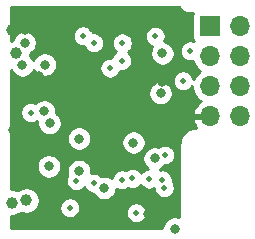
<source format=gbr>
%TF.GenerationSoftware,KiCad,Pcbnew,5.1.9*%
%TF.CreationDate,2021-01-20T22:59:12+01:00*%
%TF.ProjectId,wi-se-rpi,77692d73-652d-4727-9069-2e6b69636164,v0.1*%
%TF.SameCoordinates,Original*%
%TF.FileFunction,Copper,L2,Inr*%
%TF.FilePolarity,Positive*%
%FSLAX46Y46*%
G04 Gerber Fmt 4.6, Leading zero omitted, Abs format (unit mm)*
G04 Created by KiCad (PCBNEW 5.1.9) date 2021-01-20 22:59:12*
%MOMM*%
%LPD*%
G01*
G04 APERTURE LIST*
%TA.AperFunction,ComponentPad*%
%ADD10R,1.700000X1.700000*%
%TD*%
%TA.AperFunction,ComponentPad*%
%ADD11O,1.700000X1.700000*%
%TD*%
%TA.AperFunction,ViaPad*%
%ADD12C,0.800000*%
%TD*%
%TA.AperFunction,ViaPad*%
%ADD13C,1.000000*%
%TD*%
%TA.AperFunction,ViaPad*%
%ADD14C,0.500000*%
%TD*%
%TA.AperFunction,Conductor*%
%ADD15C,0.254000*%
%TD*%
%TA.AperFunction,Conductor*%
%ADD16C,0.100000*%
%TD*%
G04 APERTURE END LIST*
D10*
%TO.N,Net-(J1-Pad1)*%
%TO.C,J1*%
X90750000Y1750000D03*
D11*
%TO.N,VCC*%
X93290000Y1750000D03*
%TO.N,DTR*%
X90750000Y-790000D03*
%TO.N,GND*%
X93290000Y-790000D03*
%TO.N,RTS*%
X90750000Y-3330000D03*
%TO.N,RXD*%
X93290000Y-3330000D03*
%TO.N,GND*%
X90750000Y-5870000D03*
%TO.N,TXD*%
X93290000Y-5870000D03*
%TD*%
D12*
%TO.N,VCC*%
X86750002Y-550000D03*
D13*
%TO.N,GND*%
X80900000Y-2150000D03*
D12*
X79750000Y-4400000D03*
D13*
X74050000Y1450000D03*
D12*
X75150000Y1450000D03*
X76050000Y1400000D03*
X80856598Y1625742D03*
X86714711Y-2922596D03*
X76340000Y-2440000D03*
D13*
X74225000Y-7000000D03*
X76893958Y-8456042D03*
D12*
X85533828Y-14150000D03*
%TO.N,+3V3*%
X77200000Y-6450000D03*
X77150000Y-10100000D03*
D13*
X74400000Y-500000D03*
D12*
X76800000Y-1500000D03*
X74900000Y-1550000D03*
X75100000Y350000D03*
D14*
X83339712Y-11239712D03*
D12*
X84299989Y-8100000D03*
D13*
X74025000Y-13175000D03*
X75245872Y-12995872D03*
D12*
%TO.N,BOOT0*%
X79700000Y-7750000D03*
X81833867Y-11922064D03*
D14*
%TO.N,RST*%
X75600000Y-5550000D03*
%TO.N,LED_WIFI*%
X86150002Y906318D03*
X80050002Y951787D03*
%TO.N,Net-(D1-Pad1)*%
X89105407Y-322189D03*
%TO.N,Net-(D2-Pad1)*%
X88500000Y-2850000D03*
%TO.N,LED_STATUS*%
X83374265Y343749D03*
X80950000Y350000D03*
D12*
%TO.N,Net-(D3-Pad1)*%
X87800000Y-15375000D03*
D14*
%TO.N,Net-(D4-Pad1)*%
X86923338Y-11912133D03*
%TO.N,LED_RX*%
X84224655Y-11132588D03*
X85650000Y-11184003D03*
D12*
%TO.N,RXD*%
X86100000Y-9434001D03*
D14*
%TO.N,Net-(R10-Pad1)*%
X79469866Y-11318255D03*
%TO.N,Net-(R11-Pad1)*%
X83300000Y-1150000D03*
X82311091Y-1788909D03*
X86742232Y-11235965D03*
%TO.N,Net-(R12-Pad1)*%
X86948447Y-9146861D03*
D12*
%TO.N,Net-(R13-Pad2)*%
X76750000Y-5450000D03*
X79700000Y-10500000D03*
D14*
X80950000Y-11525000D03*
X78907659Y-13607659D03*
X84550000Y-14025000D03*
D12*
%TO.N,FLASH_EN*%
X86600000Y-3915997D03*
%TD*%
D15*
%TO.N,GND*%
X88179347Y3356284D02*
X88182752Y3350654D01*
X88212987Y3299043D01*
X88218451Y3291622D01*
X88266612Y3227157D01*
X88306943Y3182932D01*
X88346613Y3138193D01*
X88353414Y3131975D01*
X88413180Y3078093D01*
X88461295Y3042572D01*
X88508933Y3006366D01*
X88516812Y3001587D01*
X88585906Y2960340D01*
X88640006Y2934842D01*
X88693756Y2908583D01*
X88702413Y2905426D01*
X88732081Y2894840D01*
X88746207Y2887290D01*
X88870617Y2849550D01*
X88967581Y2840000D01*
X89309230Y2840000D01*
X89274188Y2724482D01*
X89261928Y2600000D01*
X89261928Y900000D01*
X89274188Y775518D01*
X89310498Y655820D01*
X89369463Y545506D01*
X89393277Y516489D01*
X89363552Y528801D01*
X89192572Y562811D01*
X89018242Y562811D01*
X88847262Y528801D01*
X88686202Y462088D01*
X88541252Y365235D01*
X88417983Y241966D01*
X88321130Y97016D01*
X88254417Y-64044D01*
X88220407Y-235024D01*
X88220407Y-409354D01*
X88254417Y-580334D01*
X88321130Y-741394D01*
X88417983Y-886344D01*
X88541252Y-1009613D01*
X88686202Y-1106466D01*
X88847262Y-1173179D01*
X89018242Y-1207189D01*
X89192572Y-1207189D01*
X89314084Y-1183019D01*
X89322068Y-1223158D01*
X89434010Y-1493411D01*
X89596525Y-1736632D01*
X89803368Y-1943475D01*
X89977760Y-2060000D01*
X89803368Y-2176525D01*
X89596525Y-2383368D01*
X89434010Y-2626589D01*
X89382591Y-2750725D01*
X89350990Y-2591855D01*
X89284277Y-2430795D01*
X89187424Y-2285845D01*
X89064155Y-2162576D01*
X88919205Y-2065723D01*
X88758145Y-1999010D01*
X88587165Y-1965000D01*
X88412835Y-1965000D01*
X88241855Y-1999010D01*
X88080795Y-2065723D01*
X87935845Y-2162576D01*
X87812576Y-2285845D01*
X87715723Y-2430795D01*
X87649010Y-2591855D01*
X87615000Y-2762835D01*
X87615000Y-2937165D01*
X87649010Y-3108145D01*
X87715723Y-3269205D01*
X87812576Y-3414155D01*
X87935845Y-3537424D01*
X88080795Y-3634277D01*
X88241855Y-3700990D01*
X88412835Y-3735000D01*
X88587165Y-3735000D01*
X88758145Y-3700990D01*
X88919205Y-3634277D01*
X89064155Y-3537424D01*
X89187424Y-3414155D01*
X89265000Y-3298055D01*
X89265000Y-3476260D01*
X89322068Y-3763158D01*
X89434010Y-4033411D01*
X89596525Y-4276632D01*
X89803368Y-4483475D01*
X89985534Y-4605195D01*
X89868645Y-4674822D01*
X89652412Y-4869731D01*
X89478359Y-5103080D01*
X89353175Y-5365901D01*
X89308524Y-5513110D01*
X89429845Y-5743000D01*
X90623000Y-5743000D01*
X90623000Y-5723000D01*
X90877000Y-5723000D01*
X90877000Y-5743000D01*
X90897000Y-5743000D01*
X90897000Y-5997000D01*
X90877000Y-5997000D01*
X90877000Y-6017000D01*
X90623000Y-6017000D01*
X90623000Y-5997000D01*
X89429845Y-5997000D01*
X89308524Y-6226890D01*
X89353175Y-6374099D01*
X89478359Y-6636920D01*
X89629835Y-6840000D01*
X89567581Y-6840000D01*
X89539499Y-6842766D01*
X89534943Y-6842734D01*
X89525772Y-6843634D01*
X89380200Y-6858935D01*
X89321617Y-6870961D01*
X89262848Y-6882171D01*
X89254026Y-6884835D01*
X89114197Y-6928119D01*
X89059067Y-6951294D01*
X89003588Y-6973708D01*
X88995451Y-6978035D01*
X88866694Y-7047654D01*
X88817137Y-7081081D01*
X88767047Y-7113858D01*
X88759906Y-7119683D01*
X88647123Y-7212985D01*
X88605001Y-7255402D01*
X88562232Y-7297284D01*
X88556359Y-7304385D01*
X88463846Y-7417816D01*
X88430754Y-7467625D01*
X88396947Y-7516997D01*
X88392564Y-7525103D01*
X88323845Y-7654345D01*
X88301055Y-7709638D01*
X88277483Y-7764636D01*
X88274758Y-7773440D01*
X88232452Y-7913566D01*
X88220836Y-7972232D01*
X88208397Y-8030753D01*
X88207434Y-8039917D01*
X88193150Y-8185594D01*
X88193150Y-8185608D01*
X88190001Y-8217581D01*
X88190000Y-14416267D01*
X88101898Y-14379774D01*
X87901939Y-14340000D01*
X87698061Y-14340000D01*
X87498102Y-14379774D01*
X87309744Y-14457795D01*
X87140226Y-14571063D01*
X86996063Y-14715226D01*
X86882795Y-14884744D01*
X86804774Y-15073102D01*
X86765000Y-15273061D01*
X86765000Y-15340000D01*
X73960000Y-15340000D01*
X73960000Y-14310000D01*
X74136788Y-14310000D01*
X74356067Y-14266383D01*
X74562624Y-14180824D01*
X74748520Y-14056612D01*
X74775556Y-14029576D01*
X74914805Y-14087255D01*
X75134084Y-14130872D01*
X75357660Y-14130872D01*
X75576939Y-14087255D01*
X75783496Y-14001696D01*
X75969392Y-13877484D01*
X76127484Y-13719392D01*
X76251696Y-13533496D01*
X76257081Y-13520494D01*
X78022659Y-13520494D01*
X78022659Y-13694824D01*
X78056669Y-13865804D01*
X78123382Y-14026864D01*
X78220235Y-14171814D01*
X78343504Y-14295083D01*
X78488454Y-14391936D01*
X78649514Y-14458649D01*
X78820494Y-14492659D01*
X78994824Y-14492659D01*
X79165804Y-14458649D01*
X79326864Y-14391936D01*
X79471814Y-14295083D01*
X79595083Y-14171814D01*
X79691936Y-14026864D01*
X79728812Y-13937835D01*
X83665000Y-13937835D01*
X83665000Y-14112165D01*
X83699010Y-14283145D01*
X83765723Y-14444205D01*
X83862576Y-14589155D01*
X83985845Y-14712424D01*
X84130795Y-14809277D01*
X84291855Y-14875990D01*
X84462835Y-14910000D01*
X84637165Y-14910000D01*
X84808145Y-14875990D01*
X84969205Y-14809277D01*
X85114155Y-14712424D01*
X85237424Y-14589155D01*
X85334277Y-14444205D01*
X85400990Y-14283145D01*
X85435000Y-14112165D01*
X85435000Y-13937835D01*
X85400990Y-13766855D01*
X85334277Y-13605795D01*
X85237424Y-13460845D01*
X85114155Y-13337576D01*
X84969205Y-13240723D01*
X84808145Y-13174010D01*
X84637165Y-13140000D01*
X84462835Y-13140000D01*
X84291855Y-13174010D01*
X84130795Y-13240723D01*
X83985845Y-13337576D01*
X83862576Y-13460845D01*
X83765723Y-13605795D01*
X83699010Y-13766855D01*
X83665000Y-13937835D01*
X79728812Y-13937835D01*
X79758649Y-13865804D01*
X79792659Y-13694824D01*
X79792659Y-13520494D01*
X79758649Y-13349514D01*
X79691936Y-13188454D01*
X79595083Y-13043504D01*
X79471814Y-12920235D01*
X79326864Y-12823382D01*
X79165804Y-12756669D01*
X78994824Y-12722659D01*
X78820494Y-12722659D01*
X78649514Y-12756669D01*
X78488454Y-12823382D01*
X78343504Y-12920235D01*
X78220235Y-13043504D01*
X78123382Y-13188454D01*
X78056669Y-13349514D01*
X78022659Y-13520494D01*
X76257081Y-13520494D01*
X76337255Y-13326939D01*
X76380872Y-13107660D01*
X76380872Y-12884084D01*
X76337255Y-12664805D01*
X76251696Y-12458248D01*
X76127484Y-12272352D01*
X75969392Y-12114260D01*
X75783496Y-11990048D01*
X75576939Y-11904489D01*
X75357660Y-11860872D01*
X75134084Y-11860872D01*
X74914805Y-11904489D01*
X74708248Y-11990048D01*
X74522352Y-12114260D01*
X74495316Y-12141296D01*
X74356067Y-12083617D01*
X74136788Y-12040000D01*
X73960000Y-12040000D01*
X73960000Y-11231090D01*
X78584866Y-11231090D01*
X78584866Y-11405420D01*
X78618876Y-11576400D01*
X78685589Y-11737460D01*
X78782442Y-11882410D01*
X78905711Y-12005679D01*
X79050661Y-12102532D01*
X79211721Y-12169245D01*
X79382701Y-12203255D01*
X79557031Y-12203255D01*
X79728011Y-12169245D01*
X79889071Y-12102532D01*
X80034021Y-12005679D01*
X80145154Y-11894546D01*
X80165723Y-11944205D01*
X80262576Y-12089155D01*
X80385845Y-12212424D01*
X80530795Y-12309277D01*
X80691855Y-12375990D01*
X80862835Y-12410000D01*
X80915701Y-12410000D01*
X80916662Y-12412320D01*
X81029930Y-12581838D01*
X81174093Y-12726001D01*
X81343611Y-12839269D01*
X81531969Y-12917290D01*
X81731928Y-12957064D01*
X81935806Y-12957064D01*
X82135765Y-12917290D01*
X82324123Y-12839269D01*
X82493641Y-12726001D01*
X82637804Y-12581838D01*
X82751072Y-12412320D01*
X82829093Y-12223962D01*
X82868867Y-12024003D01*
X82868867Y-11989484D01*
X82920507Y-12023989D01*
X83081567Y-12090702D01*
X83252547Y-12124712D01*
X83426877Y-12124712D01*
X83597857Y-12090702D01*
X83758917Y-12023989D01*
X83875694Y-11945961D01*
X83966510Y-11983578D01*
X84137490Y-12017588D01*
X84311820Y-12017588D01*
X84482800Y-11983578D01*
X84643860Y-11916865D01*
X84788810Y-11820012D01*
X84912079Y-11696743D01*
X84920150Y-11684664D01*
X84962576Y-11748158D01*
X85085845Y-11871427D01*
X85230795Y-11968280D01*
X85391855Y-12034993D01*
X85562835Y-12069003D01*
X85737165Y-12069003D01*
X85908145Y-12034993D01*
X86038338Y-11981065D01*
X86038338Y-11999298D01*
X86072348Y-12170278D01*
X86139061Y-12331338D01*
X86235914Y-12476288D01*
X86359183Y-12599557D01*
X86504133Y-12696410D01*
X86665193Y-12763123D01*
X86836173Y-12797133D01*
X87010503Y-12797133D01*
X87181483Y-12763123D01*
X87342543Y-12696410D01*
X87487493Y-12599557D01*
X87610762Y-12476288D01*
X87707615Y-12331338D01*
X87774328Y-12170278D01*
X87808338Y-11999298D01*
X87808338Y-11824968D01*
X87774328Y-11653988D01*
X87707615Y-11492928D01*
X87619645Y-11361272D01*
X87627232Y-11323130D01*
X87627232Y-11148800D01*
X87593222Y-10977820D01*
X87526509Y-10816760D01*
X87429656Y-10671810D01*
X87306387Y-10548541D01*
X87161437Y-10451688D01*
X87000377Y-10384975D01*
X86829397Y-10350965D01*
X86655067Y-10350965D01*
X86531499Y-10375544D01*
X86590256Y-10351206D01*
X86759774Y-10237938D01*
X86903937Y-10093775D01*
X86945307Y-10031861D01*
X87035612Y-10031861D01*
X87206592Y-9997851D01*
X87367652Y-9931138D01*
X87512602Y-9834285D01*
X87635871Y-9711016D01*
X87732724Y-9566066D01*
X87799437Y-9405006D01*
X87833447Y-9234026D01*
X87833447Y-9059696D01*
X87799437Y-8888716D01*
X87732724Y-8727656D01*
X87635871Y-8582706D01*
X87512602Y-8459437D01*
X87367652Y-8362584D01*
X87206592Y-8295871D01*
X87035612Y-8261861D01*
X86861282Y-8261861D01*
X86690302Y-8295871D01*
X86529242Y-8362584D01*
X86410119Y-8442180D01*
X86401898Y-8438775D01*
X86201939Y-8399001D01*
X85998061Y-8399001D01*
X85798102Y-8438775D01*
X85609744Y-8516796D01*
X85440226Y-8630064D01*
X85296063Y-8774227D01*
X85182795Y-8943745D01*
X85104774Y-9132103D01*
X85065000Y-9332062D01*
X85065000Y-9535940D01*
X85104774Y-9735899D01*
X85182795Y-9924257D01*
X85296063Y-10093775D01*
X85440226Y-10237938D01*
X85538778Y-10303788D01*
X85391855Y-10333013D01*
X85230795Y-10399726D01*
X85085845Y-10496579D01*
X84962576Y-10619848D01*
X84954505Y-10631927D01*
X84912079Y-10568433D01*
X84788810Y-10445164D01*
X84643860Y-10348311D01*
X84482800Y-10281598D01*
X84311820Y-10247588D01*
X84137490Y-10247588D01*
X83966510Y-10281598D01*
X83805450Y-10348311D01*
X83688673Y-10426339D01*
X83597857Y-10388722D01*
X83426877Y-10354712D01*
X83252547Y-10354712D01*
X83081567Y-10388722D01*
X82920507Y-10455435D01*
X82775557Y-10552288D01*
X82652288Y-10675557D01*
X82555435Y-10820507D01*
X82488722Y-10981567D01*
X82465322Y-11099205D01*
X82324123Y-11004859D01*
X82135765Y-10926838D01*
X81935806Y-10887064D01*
X81731928Y-10887064D01*
X81591563Y-10914984D01*
X81514155Y-10837576D01*
X81369205Y-10740723D01*
X81208145Y-10674010D01*
X81037165Y-10640000D01*
X80862835Y-10640000D01*
X80721851Y-10668043D01*
X80735000Y-10601939D01*
X80735000Y-10398061D01*
X80695226Y-10198102D01*
X80617205Y-10009744D01*
X80503937Y-9840226D01*
X80359774Y-9696063D01*
X80190256Y-9582795D01*
X80001898Y-9504774D01*
X79801939Y-9465000D01*
X79598061Y-9465000D01*
X79398102Y-9504774D01*
X79209744Y-9582795D01*
X79040226Y-9696063D01*
X78896063Y-9840226D01*
X78782795Y-10009744D01*
X78704774Y-10198102D01*
X78665000Y-10398061D01*
X78665000Y-10601939D01*
X78704774Y-10801898D01*
X78722274Y-10844147D01*
X78685589Y-10899050D01*
X78618876Y-11060110D01*
X78584866Y-11231090D01*
X73960000Y-11231090D01*
X73960000Y-9998061D01*
X76115000Y-9998061D01*
X76115000Y-10201939D01*
X76154774Y-10401898D01*
X76232795Y-10590256D01*
X76346063Y-10759774D01*
X76490226Y-10903937D01*
X76659744Y-11017205D01*
X76848102Y-11095226D01*
X77048061Y-11135000D01*
X77251939Y-11135000D01*
X77451898Y-11095226D01*
X77640256Y-11017205D01*
X77809774Y-10903937D01*
X77953937Y-10759774D01*
X78067205Y-10590256D01*
X78145226Y-10401898D01*
X78185000Y-10201939D01*
X78185000Y-9998061D01*
X78145226Y-9798102D01*
X78067205Y-9609744D01*
X77953937Y-9440226D01*
X77809774Y-9296063D01*
X77640256Y-9182795D01*
X77451898Y-9104774D01*
X77251939Y-9065000D01*
X77048061Y-9065000D01*
X76848102Y-9104774D01*
X76659744Y-9182795D01*
X76490226Y-9296063D01*
X76346063Y-9440226D01*
X76232795Y-9609744D01*
X76154774Y-9798102D01*
X76115000Y-9998061D01*
X73960000Y-9998061D01*
X73960000Y-7648061D01*
X78665000Y-7648061D01*
X78665000Y-7851939D01*
X78704774Y-8051898D01*
X78782795Y-8240256D01*
X78896063Y-8409774D01*
X79040226Y-8553937D01*
X79209744Y-8667205D01*
X79398102Y-8745226D01*
X79598061Y-8785000D01*
X79801939Y-8785000D01*
X80001898Y-8745226D01*
X80190256Y-8667205D01*
X80359774Y-8553937D01*
X80503937Y-8409774D01*
X80617205Y-8240256D01*
X80695226Y-8051898D01*
X80705934Y-7998061D01*
X83264989Y-7998061D01*
X83264989Y-8201939D01*
X83304763Y-8401898D01*
X83382784Y-8590256D01*
X83496052Y-8759774D01*
X83640215Y-8903937D01*
X83809733Y-9017205D01*
X83998091Y-9095226D01*
X84198050Y-9135000D01*
X84401928Y-9135000D01*
X84601887Y-9095226D01*
X84790245Y-9017205D01*
X84959763Y-8903937D01*
X85103926Y-8759774D01*
X85217194Y-8590256D01*
X85295215Y-8401898D01*
X85334989Y-8201939D01*
X85334989Y-7998061D01*
X85295215Y-7798102D01*
X85217194Y-7609744D01*
X85103926Y-7440226D01*
X84959763Y-7296063D01*
X84790245Y-7182795D01*
X84601887Y-7104774D01*
X84401928Y-7065000D01*
X84198050Y-7065000D01*
X83998091Y-7104774D01*
X83809733Y-7182795D01*
X83640215Y-7296063D01*
X83496052Y-7440226D01*
X83382784Y-7609744D01*
X83304763Y-7798102D01*
X83264989Y-7998061D01*
X80705934Y-7998061D01*
X80735000Y-7851939D01*
X80735000Y-7648061D01*
X80695226Y-7448102D01*
X80617205Y-7259744D01*
X80503937Y-7090226D01*
X80359774Y-6946063D01*
X80190256Y-6832795D01*
X80001898Y-6754774D01*
X79801939Y-6715000D01*
X79598061Y-6715000D01*
X79398102Y-6754774D01*
X79209744Y-6832795D01*
X79040226Y-6946063D01*
X78896063Y-7090226D01*
X78782795Y-7259744D01*
X78704774Y-7448102D01*
X78665000Y-7648061D01*
X73960000Y-7648061D01*
X73960000Y-5462835D01*
X74715000Y-5462835D01*
X74715000Y-5637165D01*
X74749010Y-5808145D01*
X74815723Y-5969205D01*
X74912576Y-6114155D01*
X75035845Y-6237424D01*
X75180795Y-6334277D01*
X75341855Y-6400990D01*
X75512835Y-6435000D01*
X75687165Y-6435000D01*
X75858145Y-6400990D01*
X76019205Y-6334277D01*
X76114834Y-6270379D01*
X76172754Y-6309080D01*
X76165000Y-6348061D01*
X76165000Y-6551939D01*
X76204774Y-6751898D01*
X76282795Y-6940256D01*
X76396063Y-7109774D01*
X76540226Y-7253937D01*
X76709744Y-7367205D01*
X76898102Y-7445226D01*
X77098061Y-7485000D01*
X77301939Y-7485000D01*
X77501898Y-7445226D01*
X77690256Y-7367205D01*
X77859774Y-7253937D01*
X78003937Y-7109774D01*
X78117205Y-6940256D01*
X78195226Y-6751898D01*
X78235000Y-6551939D01*
X78235000Y-6348061D01*
X78195226Y-6148102D01*
X78117205Y-5959744D01*
X78003937Y-5790226D01*
X77859774Y-5646063D01*
X77777246Y-5590920D01*
X77785000Y-5551939D01*
X77785000Y-5348061D01*
X77745226Y-5148102D01*
X77667205Y-4959744D01*
X77553937Y-4790226D01*
X77409774Y-4646063D01*
X77240256Y-4532795D01*
X77051898Y-4454774D01*
X76851939Y-4415000D01*
X76648061Y-4415000D01*
X76448102Y-4454774D01*
X76259744Y-4532795D01*
X76090226Y-4646063D01*
X75984812Y-4751477D01*
X75858145Y-4699010D01*
X75687165Y-4665000D01*
X75512835Y-4665000D01*
X75341855Y-4699010D01*
X75180795Y-4765723D01*
X75035845Y-4862576D01*
X74912576Y-4985845D01*
X74815723Y-5130795D01*
X74749010Y-5291855D01*
X74715000Y-5462835D01*
X73960000Y-5462835D01*
X73960000Y-3814058D01*
X85565000Y-3814058D01*
X85565000Y-4017936D01*
X85604774Y-4217895D01*
X85682795Y-4406253D01*
X85796063Y-4575771D01*
X85940226Y-4719934D01*
X86109744Y-4833202D01*
X86298102Y-4911223D01*
X86498061Y-4950997D01*
X86701939Y-4950997D01*
X86901898Y-4911223D01*
X87090256Y-4833202D01*
X87259774Y-4719934D01*
X87403937Y-4575771D01*
X87517205Y-4406253D01*
X87595226Y-4217895D01*
X87635000Y-4017936D01*
X87635000Y-3814058D01*
X87595226Y-3614099D01*
X87517205Y-3425741D01*
X87403937Y-3256223D01*
X87259774Y-3112060D01*
X87090256Y-2998792D01*
X86901898Y-2920771D01*
X86701939Y-2880997D01*
X86498061Y-2880997D01*
X86298102Y-2920771D01*
X86109744Y-2998792D01*
X85940226Y-3112060D01*
X85796063Y-3256223D01*
X85682795Y-3425741D01*
X85604774Y-3614099D01*
X85565000Y-3814058D01*
X73960000Y-3814058D01*
X73960000Y-1985224D01*
X73982795Y-2040256D01*
X74096063Y-2209774D01*
X74240226Y-2353937D01*
X74409744Y-2467205D01*
X74598102Y-2545226D01*
X74798061Y-2585000D01*
X75001939Y-2585000D01*
X75201898Y-2545226D01*
X75390256Y-2467205D01*
X75559774Y-2353937D01*
X75703937Y-2209774D01*
X75817205Y-2040256D01*
X75860355Y-1936082D01*
X75882795Y-1990256D01*
X75996063Y-2159774D01*
X76140226Y-2303937D01*
X76309744Y-2417205D01*
X76498102Y-2495226D01*
X76698061Y-2535000D01*
X76901939Y-2535000D01*
X77101898Y-2495226D01*
X77290256Y-2417205D01*
X77459774Y-2303937D01*
X77603937Y-2159774D01*
X77717205Y-1990256D01*
X77795226Y-1801898D01*
X77815147Y-1701744D01*
X81426091Y-1701744D01*
X81426091Y-1876074D01*
X81460101Y-2047054D01*
X81526814Y-2208114D01*
X81623667Y-2353064D01*
X81746936Y-2476333D01*
X81891886Y-2573186D01*
X82052946Y-2639899D01*
X82223926Y-2673909D01*
X82398256Y-2673909D01*
X82569236Y-2639899D01*
X82730296Y-2573186D01*
X82875246Y-2476333D01*
X82998515Y-2353064D01*
X83095368Y-2208114D01*
X83162081Y-2047054D01*
X83166319Y-2025747D01*
X83212835Y-2035000D01*
X83387165Y-2035000D01*
X83558145Y-2000990D01*
X83719205Y-1934277D01*
X83864155Y-1837424D01*
X83987424Y-1714155D01*
X84084277Y-1569205D01*
X84150990Y-1408145D01*
X84185000Y-1237165D01*
X84185000Y-1062835D01*
X84150990Y-891855D01*
X84084277Y-730795D01*
X83987424Y-585845D01*
X83864155Y-462576D01*
X83812314Y-427937D01*
X83938420Y-343675D01*
X84061689Y-220406D01*
X84158542Y-75456D01*
X84225255Y85604D01*
X84259265Y256584D01*
X84259265Y430914D01*
X84225255Y601894D01*
X84158542Y762954D01*
X84061689Y907904D01*
X83976110Y993483D01*
X85265002Y993483D01*
X85265002Y819153D01*
X85299012Y648173D01*
X85365725Y487113D01*
X85462578Y342163D01*
X85585847Y218894D01*
X85730797Y122041D01*
X85891857Y55328D01*
X85907594Y52198D01*
X85832797Y-59744D01*
X85754776Y-248102D01*
X85715002Y-448061D01*
X85715002Y-651939D01*
X85754776Y-851898D01*
X85832797Y-1040256D01*
X85946065Y-1209774D01*
X86090228Y-1353937D01*
X86259746Y-1467205D01*
X86448104Y-1545226D01*
X86648063Y-1585000D01*
X86851941Y-1585000D01*
X87051900Y-1545226D01*
X87240258Y-1467205D01*
X87409776Y-1353937D01*
X87553939Y-1209774D01*
X87667207Y-1040256D01*
X87745228Y-851898D01*
X87785002Y-651939D01*
X87785002Y-448061D01*
X87745228Y-248102D01*
X87667207Y-59744D01*
X87553939Y109774D01*
X87409776Y253937D01*
X87240258Y367205D01*
X87051900Y445226D01*
X86923373Y470791D01*
X86934279Y487113D01*
X87000992Y648173D01*
X87035002Y819153D01*
X87035002Y993483D01*
X87000992Y1164463D01*
X86934279Y1325523D01*
X86837426Y1470473D01*
X86714157Y1593742D01*
X86569207Y1690595D01*
X86408147Y1757308D01*
X86237167Y1791318D01*
X86062837Y1791318D01*
X85891857Y1757308D01*
X85730797Y1690595D01*
X85585847Y1593742D01*
X85462578Y1470473D01*
X85365725Y1325523D01*
X85299012Y1164463D01*
X85265002Y993483D01*
X83976110Y993483D01*
X83938420Y1031173D01*
X83793470Y1128026D01*
X83632410Y1194739D01*
X83461430Y1228749D01*
X83287100Y1228749D01*
X83116120Y1194739D01*
X82955060Y1128026D01*
X82810110Y1031173D01*
X82686841Y907904D01*
X82589988Y762954D01*
X82523275Y601894D01*
X82489265Y430914D01*
X82489265Y256584D01*
X82523275Y85604D01*
X82589988Y-75456D01*
X82686841Y-220406D01*
X82810110Y-343675D01*
X82861951Y-378314D01*
X82735845Y-462576D01*
X82612576Y-585845D01*
X82515723Y-730795D01*
X82449010Y-891855D01*
X82444772Y-913162D01*
X82398256Y-903909D01*
X82223926Y-903909D01*
X82052946Y-937919D01*
X81891886Y-1004632D01*
X81746936Y-1101485D01*
X81623667Y-1224754D01*
X81526814Y-1369704D01*
X81460101Y-1530764D01*
X81426091Y-1701744D01*
X77815147Y-1701744D01*
X77835000Y-1601939D01*
X77835000Y-1398061D01*
X77795226Y-1198102D01*
X77717205Y-1009744D01*
X77603937Y-840226D01*
X77459774Y-696063D01*
X77290256Y-582795D01*
X77101898Y-504774D01*
X76901939Y-465000D01*
X76698061Y-465000D01*
X76498102Y-504774D01*
X76309744Y-582795D01*
X76140226Y-696063D01*
X75996063Y-840226D01*
X75882795Y-1009744D01*
X75839645Y-1113918D01*
X75817205Y-1059744D01*
X75703937Y-890226D01*
X75559774Y-746063D01*
X75514331Y-715699D01*
X75535000Y-611788D01*
X75535000Y-590093D01*
X75590256Y-567205D01*
X75759774Y-453937D01*
X75903937Y-309774D01*
X76017205Y-140256D01*
X76095226Y48102D01*
X76135000Y248061D01*
X76135000Y451939D01*
X76095226Y651898D01*
X76017205Y840256D01*
X75903937Y1009774D01*
X75874759Y1038952D01*
X79165002Y1038952D01*
X79165002Y864622D01*
X79199012Y693642D01*
X79265725Y532582D01*
X79362578Y387632D01*
X79485847Y264363D01*
X79630797Y167510D01*
X79791857Y100797D01*
X79962837Y66787D01*
X80109393Y66787D01*
X80165723Y-69205D01*
X80262576Y-214155D01*
X80385845Y-337424D01*
X80530795Y-434277D01*
X80691855Y-500990D01*
X80862835Y-535000D01*
X81037165Y-535000D01*
X81208145Y-500990D01*
X81369205Y-434277D01*
X81514155Y-337424D01*
X81637424Y-214155D01*
X81734277Y-69205D01*
X81800990Y91855D01*
X81835000Y262835D01*
X81835000Y437165D01*
X81800990Y608145D01*
X81734277Y769205D01*
X81637424Y914155D01*
X81514155Y1037424D01*
X81369205Y1134277D01*
X81208145Y1200990D01*
X81037165Y1235000D01*
X80890609Y1235000D01*
X80834279Y1370992D01*
X80737426Y1515942D01*
X80614157Y1639211D01*
X80469207Y1736064D01*
X80308147Y1802777D01*
X80137167Y1836787D01*
X79962837Y1836787D01*
X79791857Y1802777D01*
X79630797Y1736064D01*
X79485847Y1639211D01*
X79362578Y1515942D01*
X79265725Y1370992D01*
X79199012Y1209932D01*
X79165002Y1038952D01*
X75874759Y1038952D01*
X75759774Y1153937D01*
X75590256Y1267205D01*
X75401898Y1345226D01*
X75201939Y1385000D01*
X74998061Y1385000D01*
X74798102Y1345226D01*
X74609744Y1267205D01*
X74440226Y1153937D01*
X74296063Y1009774D01*
X74182795Y840256D01*
X74104774Y651898D01*
X74093718Y596313D01*
X74068933Y591383D01*
X73960000Y546261D01*
X73960000Y3359959D01*
X88179347Y3356284D01*
%TA.AperFunction,Conductor*%
D16*
G36*
X88179347Y3356284D02*
G01*
X88182752Y3350654D01*
X88212987Y3299043D01*
X88218451Y3291622D01*
X88266612Y3227157D01*
X88306943Y3182932D01*
X88346613Y3138193D01*
X88353414Y3131975D01*
X88413180Y3078093D01*
X88461295Y3042572D01*
X88508933Y3006366D01*
X88516812Y3001587D01*
X88585906Y2960340D01*
X88640006Y2934842D01*
X88693756Y2908583D01*
X88702413Y2905426D01*
X88732081Y2894840D01*
X88746207Y2887290D01*
X88870617Y2849550D01*
X88967581Y2840000D01*
X89309230Y2840000D01*
X89274188Y2724482D01*
X89261928Y2600000D01*
X89261928Y900000D01*
X89274188Y775518D01*
X89310498Y655820D01*
X89369463Y545506D01*
X89393277Y516489D01*
X89363552Y528801D01*
X89192572Y562811D01*
X89018242Y562811D01*
X88847262Y528801D01*
X88686202Y462088D01*
X88541252Y365235D01*
X88417983Y241966D01*
X88321130Y97016D01*
X88254417Y-64044D01*
X88220407Y-235024D01*
X88220407Y-409354D01*
X88254417Y-580334D01*
X88321130Y-741394D01*
X88417983Y-886344D01*
X88541252Y-1009613D01*
X88686202Y-1106466D01*
X88847262Y-1173179D01*
X89018242Y-1207189D01*
X89192572Y-1207189D01*
X89314084Y-1183019D01*
X89322068Y-1223158D01*
X89434010Y-1493411D01*
X89596525Y-1736632D01*
X89803368Y-1943475D01*
X89977760Y-2060000D01*
X89803368Y-2176525D01*
X89596525Y-2383368D01*
X89434010Y-2626589D01*
X89382591Y-2750725D01*
X89350990Y-2591855D01*
X89284277Y-2430795D01*
X89187424Y-2285845D01*
X89064155Y-2162576D01*
X88919205Y-2065723D01*
X88758145Y-1999010D01*
X88587165Y-1965000D01*
X88412835Y-1965000D01*
X88241855Y-1999010D01*
X88080795Y-2065723D01*
X87935845Y-2162576D01*
X87812576Y-2285845D01*
X87715723Y-2430795D01*
X87649010Y-2591855D01*
X87615000Y-2762835D01*
X87615000Y-2937165D01*
X87649010Y-3108145D01*
X87715723Y-3269205D01*
X87812576Y-3414155D01*
X87935845Y-3537424D01*
X88080795Y-3634277D01*
X88241855Y-3700990D01*
X88412835Y-3735000D01*
X88587165Y-3735000D01*
X88758145Y-3700990D01*
X88919205Y-3634277D01*
X89064155Y-3537424D01*
X89187424Y-3414155D01*
X89265000Y-3298055D01*
X89265000Y-3476260D01*
X89322068Y-3763158D01*
X89434010Y-4033411D01*
X89596525Y-4276632D01*
X89803368Y-4483475D01*
X89985534Y-4605195D01*
X89868645Y-4674822D01*
X89652412Y-4869731D01*
X89478359Y-5103080D01*
X89353175Y-5365901D01*
X89308524Y-5513110D01*
X89429845Y-5743000D01*
X90623000Y-5743000D01*
X90623000Y-5723000D01*
X90877000Y-5723000D01*
X90877000Y-5743000D01*
X90897000Y-5743000D01*
X90897000Y-5997000D01*
X90877000Y-5997000D01*
X90877000Y-6017000D01*
X90623000Y-6017000D01*
X90623000Y-5997000D01*
X89429845Y-5997000D01*
X89308524Y-6226890D01*
X89353175Y-6374099D01*
X89478359Y-6636920D01*
X89629835Y-6840000D01*
X89567581Y-6840000D01*
X89539499Y-6842766D01*
X89534943Y-6842734D01*
X89525772Y-6843634D01*
X89380200Y-6858935D01*
X89321617Y-6870961D01*
X89262848Y-6882171D01*
X89254026Y-6884835D01*
X89114197Y-6928119D01*
X89059067Y-6951294D01*
X89003588Y-6973708D01*
X88995451Y-6978035D01*
X88866694Y-7047654D01*
X88817137Y-7081081D01*
X88767047Y-7113858D01*
X88759906Y-7119683D01*
X88647123Y-7212985D01*
X88605001Y-7255402D01*
X88562232Y-7297284D01*
X88556359Y-7304385D01*
X88463846Y-7417816D01*
X88430754Y-7467625D01*
X88396947Y-7516997D01*
X88392564Y-7525103D01*
X88323845Y-7654345D01*
X88301055Y-7709638D01*
X88277483Y-7764636D01*
X88274758Y-7773440D01*
X88232452Y-7913566D01*
X88220836Y-7972232D01*
X88208397Y-8030753D01*
X88207434Y-8039917D01*
X88193150Y-8185594D01*
X88193150Y-8185608D01*
X88190001Y-8217581D01*
X88190000Y-14416267D01*
X88101898Y-14379774D01*
X87901939Y-14340000D01*
X87698061Y-14340000D01*
X87498102Y-14379774D01*
X87309744Y-14457795D01*
X87140226Y-14571063D01*
X86996063Y-14715226D01*
X86882795Y-14884744D01*
X86804774Y-15073102D01*
X86765000Y-15273061D01*
X86765000Y-15340000D01*
X73960000Y-15340000D01*
X73960000Y-14310000D01*
X74136788Y-14310000D01*
X74356067Y-14266383D01*
X74562624Y-14180824D01*
X74748520Y-14056612D01*
X74775556Y-14029576D01*
X74914805Y-14087255D01*
X75134084Y-14130872D01*
X75357660Y-14130872D01*
X75576939Y-14087255D01*
X75783496Y-14001696D01*
X75969392Y-13877484D01*
X76127484Y-13719392D01*
X76251696Y-13533496D01*
X76257081Y-13520494D01*
X78022659Y-13520494D01*
X78022659Y-13694824D01*
X78056669Y-13865804D01*
X78123382Y-14026864D01*
X78220235Y-14171814D01*
X78343504Y-14295083D01*
X78488454Y-14391936D01*
X78649514Y-14458649D01*
X78820494Y-14492659D01*
X78994824Y-14492659D01*
X79165804Y-14458649D01*
X79326864Y-14391936D01*
X79471814Y-14295083D01*
X79595083Y-14171814D01*
X79691936Y-14026864D01*
X79728812Y-13937835D01*
X83665000Y-13937835D01*
X83665000Y-14112165D01*
X83699010Y-14283145D01*
X83765723Y-14444205D01*
X83862576Y-14589155D01*
X83985845Y-14712424D01*
X84130795Y-14809277D01*
X84291855Y-14875990D01*
X84462835Y-14910000D01*
X84637165Y-14910000D01*
X84808145Y-14875990D01*
X84969205Y-14809277D01*
X85114155Y-14712424D01*
X85237424Y-14589155D01*
X85334277Y-14444205D01*
X85400990Y-14283145D01*
X85435000Y-14112165D01*
X85435000Y-13937835D01*
X85400990Y-13766855D01*
X85334277Y-13605795D01*
X85237424Y-13460845D01*
X85114155Y-13337576D01*
X84969205Y-13240723D01*
X84808145Y-13174010D01*
X84637165Y-13140000D01*
X84462835Y-13140000D01*
X84291855Y-13174010D01*
X84130795Y-13240723D01*
X83985845Y-13337576D01*
X83862576Y-13460845D01*
X83765723Y-13605795D01*
X83699010Y-13766855D01*
X83665000Y-13937835D01*
X79728812Y-13937835D01*
X79758649Y-13865804D01*
X79792659Y-13694824D01*
X79792659Y-13520494D01*
X79758649Y-13349514D01*
X79691936Y-13188454D01*
X79595083Y-13043504D01*
X79471814Y-12920235D01*
X79326864Y-12823382D01*
X79165804Y-12756669D01*
X78994824Y-12722659D01*
X78820494Y-12722659D01*
X78649514Y-12756669D01*
X78488454Y-12823382D01*
X78343504Y-12920235D01*
X78220235Y-13043504D01*
X78123382Y-13188454D01*
X78056669Y-13349514D01*
X78022659Y-13520494D01*
X76257081Y-13520494D01*
X76337255Y-13326939D01*
X76380872Y-13107660D01*
X76380872Y-12884084D01*
X76337255Y-12664805D01*
X76251696Y-12458248D01*
X76127484Y-12272352D01*
X75969392Y-12114260D01*
X75783496Y-11990048D01*
X75576939Y-11904489D01*
X75357660Y-11860872D01*
X75134084Y-11860872D01*
X74914805Y-11904489D01*
X74708248Y-11990048D01*
X74522352Y-12114260D01*
X74495316Y-12141296D01*
X74356067Y-12083617D01*
X74136788Y-12040000D01*
X73960000Y-12040000D01*
X73960000Y-11231090D01*
X78584866Y-11231090D01*
X78584866Y-11405420D01*
X78618876Y-11576400D01*
X78685589Y-11737460D01*
X78782442Y-11882410D01*
X78905711Y-12005679D01*
X79050661Y-12102532D01*
X79211721Y-12169245D01*
X79382701Y-12203255D01*
X79557031Y-12203255D01*
X79728011Y-12169245D01*
X79889071Y-12102532D01*
X80034021Y-12005679D01*
X80145154Y-11894546D01*
X80165723Y-11944205D01*
X80262576Y-12089155D01*
X80385845Y-12212424D01*
X80530795Y-12309277D01*
X80691855Y-12375990D01*
X80862835Y-12410000D01*
X80915701Y-12410000D01*
X80916662Y-12412320D01*
X81029930Y-12581838D01*
X81174093Y-12726001D01*
X81343611Y-12839269D01*
X81531969Y-12917290D01*
X81731928Y-12957064D01*
X81935806Y-12957064D01*
X82135765Y-12917290D01*
X82324123Y-12839269D01*
X82493641Y-12726001D01*
X82637804Y-12581838D01*
X82751072Y-12412320D01*
X82829093Y-12223962D01*
X82868867Y-12024003D01*
X82868867Y-11989484D01*
X82920507Y-12023989D01*
X83081567Y-12090702D01*
X83252547Y-12124712D01*
X83426877Y-12124712D01*
X83597857Y-12090702D01*
X83758917Y-12023989D01*
X83875694Y-11945961D01*
X83966510Y-11983578D01*
X84137490Y-12017588D01*
X84311820Y-12017588D01*
X84482800Y-11983578D01*
X84643860Y-11916865D01*
X84788810Y-11820012D01*
X84912079Y-11696743D01*
X84920150Y-11684664D01*
X84962576Y-11748158D01*
X85085845Y-11871427D01*
X85230795Y-11968280D01*
X85391855Y-12034993D01*
X85562835Y-12069003D01*
X85737165Y-12069003D01*
X85908145Y-12034993D01*
X86038338Y-11981065D01*
X86038338Y-11999298D01*
X86072348Y-12170278D01*
X86139061Y-12331338D01*
X86235914Y-12476288D01*
X86359183Y-12599557D01*
X86504133Y-12696410D01*
X86665193Y-12763123D01*
X86836173Y-12797133D01*
X87010503Y-12797133D01*
X87181483Y-12763123D01*
X87342543Y-12696410D01*
X87487493Y-12599557D01*
X87610762Y-12476288D01*
X87707615Y-12331338D01*
X87774328Y-12170278D01*
X87808338Y-11999298D01*
X87808338Y-11824968D01*
X87774328Y-11653988D01*
X87707615Y-11492928D01*
X87619645Y-11361272D01*
X87627232Y-11323130D01*
X87627232Y-11148800D01*
X87593222Y-10977820D01*
X87526509Y-10816760D01*
X87429656Y-10671810D01*
X87306387Y-10548541D01*
X87161437Y-10451688D01*
X87000377Y-10384975D01*
X86829397Y-10350965D01*
X86655067Y-10350965D01*
X86531499Y-10375544D01*
X86590256Y-10351206D01*
X86759774Y-10237938D01*
X86903937Y-10093775D01*
X86945307Y-10031861D01*
X87035612Y-10031861D01*
X87206592Y-9997851D01*
X87367652Y-9931138D01*
X87512602Y-9834285D01*
X87635871Y-9711016D01*
X87732724Y-9566066D01*
X87799437Y-9405006D01*
X87833447Y-9234026D01*
X87833447Y-9059696D01*
X87799437Y-8888716D01*
X87732724Y-8727656D01*
X87635871Y-8582706D01*
X87512602Y-8459437D01*
X87367652Y-8362584D01*
X87206592Y-8295871D01*
X87035612Y-8261861D01*
X86861282Y-8261861D01*
X86690302Y-8295871D01*
X86529242Y-8362584D01*
X86410119Y-8442180D01*
X86401898Y-8438775D01*
X86201939Y-8399001D01*
X85998061Y-8399001D01*
X85798102Y-8438775D01*
X85609744Y-8516796D01*
X85440226Y-8630064D01*
X85296063Y-8774227D01*
X85182795Y-8943745D01*
X85104774Y-9132103D01*
X85065000Y-9332062D01*
X85065000Y-9535940D01*
X85104774Y-9735899D01*
X85182795Y-9924257D01*
X85296063Y-10093775D01*
X85440226Y-10237938D01*
X85538778Y-10303788D01*
X85391855Y-10333013D01*
X85230795Y-10399726D01*
X85085845Y-10496579D01*
X84962576Y-10619848D01*
X84954505Y-10631927D01*
X84912079Y-10568433D01*
X84788810Y-10445164D01*
X84643860Y-10348311D01*
X84482800Y-10281598D01*
X84311820Y-10247588D01*
X84137490Y-10247588D01*
X83966510Y-10281598D01*
X83805450Y-10348311D01*
X83688673Y-10426339D01*
X83597857Y-10388722D01*
X83426877Y-10354712D01*
X83252547Y-10354712D01*
X83081567Y-10388722D01*
X82920507Y-10455435D01*
X82775557Y-10552288D01*
X82652288Y-10675557D01*
X82555435Y-10820507D01*
X82488722Y-10981567D01*
X82465322Y-11099205D01*
X82324123Y-11004859D01*
X82135765Y-10926838D01*
X81935806Y-10887064D01*
X81731928Y-10887064D01*
X81591563Y-10914984D01*
X81514155Y-10837576D01*
X81369205Y-10740723D01*
X81208145Y-10674010D01*
X81037165Y-10640000D01*
X80862835Y-10640000D01*
X80721851Y-10668043D01*
X80735000Y-10601939D01*
X80735000Y-10398061D01*
X80695226Y-10198102D01*
X80617205Y-10009744D01*
X80503937Y-9840226D01*
X80359774Y-9696063D01*
X80190256Y-9582795D01*
X80001898Y-9504774D01*
X79801939Y-9465000D01*
X79598061Y-9465000D01*
X79398102Y-9504774D01*
X79209744Y-9582795D01*
X79040226Y-9696063D01*
X78896063Y-9840226D01*
X78782795Y-10009744D01*
X78704774Y-10198102D01*
X78665000Y-10398061D01*
X78665000Y-10601939D01*
X78704774Y-10801898D01*
X78722274Y-10844147D01*
X78685589Y-10899050D01*
X78618876Y-11060110D01*
X78584866Y-11231090D01*
X73960000Y-11231090D01*
X73960000Y-9998061D01*
X76115000Y-9998061D01*
X76115000Y-10201939D01*
X76154774Y-10401898D01*
X76232795Y-10590256D01*
X76346063Y-10759774D01*
X76490226Y-10903937D01*
X76659744Y-11017205D01*
X76848102Y-11095226D01*
X77048061Y-11135000D01*
X77251939Y-11135000D01*
X77451898Y-11095226D01*
X77640256Y-11017205D01*
X77809774Y-10903937D01*
X77953937Y-10759774D01*
X78067205Y-10590256D01*
X78145226Y-10401898D01*
X78185000Y-10201939D01*
X78185000Y-9998061D01*
X78145226Y-9798102D01*
X78067205Y-9609744D01*
X77953937Y-9440226D01*
X77809774Y-9296063D01*
X77640256Y-9182795D01*
X77451898Y-9104774D01*
X77251939Y-9065000D01*
X77048061Y-9065000D01*
X76848102Y-9104774D01*
X76659744Y-9182795D01*
X76490226Y-9296063D01*
X76346063Y-9440226D01*
X76232795Y-9609744D01*
X76154774Y-9798102D01*
X76115000Y-9998061D01*
X73960000Y-9998061D01*
X73960000Y-7648061D01*
X78665000Y-7648061D01*
X78665000Y-7851939D01*
X78704774Y-8051898D01*
X78782795Y-8240256D01*
X78896063Y-8409774D01*
X79040226Y-8553937D01*
X79209744Y-8667205D01*
X79398102Y-8745226D01*
X79598061Y-8785000D01*
X79801939Y-8785000D01*
X80001898Y-8745226D01*
X80190256Y-8667205D01*
X80359774Y-8553937D01*
X80503937Y-8409774D01*
X80617205Y-8240256D01*
X80695226Y-8051898D01*
X80705934Y-7998061D01*
X83264989Y-7998061D01*
X83264989Y-8201939D01*
X83304763Y-8401898D01*
X83382784Y-8590256D01*
X83496052Y-8759774D01*
X83640215Y-8903937D01*
X83809733Y-9017205D01*
X83998091Y-9095226D01*
X84198050Y-9135000D01*
X84401928Y-9135000D01*
X84601887Y-9095226D01*
X84790245Y-9017205D01*
X84959763Y-8903937D01*
X85103926Y-8759774D01*
X85217194Y-8590256D01*
X85295215Y-8401898D01*
X85334989Y-8201939D01*
X85334989Y-7998061D01*
X85295215Y-7798102D01*
X85217194Y-7609744D01*
X85103926Y-7440226D01*
X84959763Y-7296063D01*
X84790245Y-7182795D01*
X84601887Y-7104774D01*
X84401928Y-7065000D01*
X84198050Y-7065000D01*
X83998091Y-7104774D01*
X83809733Y-7182795D01*
X83640215Y-7296063D01*
X83496052Y-7440226D01*
X83382784Y-7609744D01*
X83304763Y-7798102D01*
X83264989Y-7998061D01*
X80705934Y-7998061D01*
X80735000Y-7851939D01*
X80735000Y-7648061D01*
X80695226Y-7448102D01*
X80617205Y-7259744D01*
X80503937Y-7090226D01*
X80359774Y-6946063D01*
X80190256Y-6832795D01*
X80001898Y-6754774D01*
X79801939Y-6715000D01*
X79598061Y-6715000D01*
X79398102Y-6754774D01*
X79209744Y-6832795D01*
X79040226Y-6946063D01*
X78896063Y-7090226D01*
X78782795Y-7259744D01*
X78704774Y-7448102D01*
X78665000Y-7648061D01*
X73960000Y-7648061D01*
X73960000Y-5462835D01*
X74715000Y-5462835D01*
X74715000Y-5637165D01*
X74749010Y-5808145D01*
X74815723Y-5969205D01*
X74912576Y-6114155D01*
X75035845Y-6237424D01*
X75180795Y-6334277D01*
X75341855Y-6400990D01*
X75512835Y-6435000D01*
X75687165Y-6435000D01*
X75858145Y-6400990D01*
X76019205Y-6334277D01*
X76114834Y-6270379D01*
X76172754Y-6309080D01*
X76165000Y-6348061D01*
X76165000Y-6551939D01*
X76204774Y-6751898D01*
X76282795Y-6940256D01*
X76396063Y-7109774D01*
X76540226Y-7253937D01*
X76709744Y-7367205D01*
X76898102Y-7445226D01*
X77098061Y-7485000D01*
X77301939Y-7485000D01*
X77501898Y-7445226D01*
X77690256Y-7367205D01*
X77859774Y-7253937D01*
X78003937Y-7109774D01*
X78117205Y-6940256D01*
X78195226Y-6751898D01*
X78235000Y-6551939D01*
X78235000Y-6348061D01*
X78195226Y-6148102D01*
X78117205Y-5959744D01*
X78003937Y-5790226D01*
X77859774Y-5646063D01*
X77777246Y-5590920D01*
X77785000Y-5551939D01*
X77785000Y-5348061D01*
X77745226Y-5148102D01*
X77667205Y-4959744D01*
X77553937Y-4790226D01*
X77409774Y-4646063D01*
X77240256Y-4532795D01*
X77051898Y-4454774D01*
X76851939Y-4415000D01*
X76648061Y-4415000D01*
X76448102Y-4454774D01*
X76259744Y-4532795D01*
X76090226Y-4646063D01*
X75984812Y-4751477D01*
X75858145Y-4699010D01*
X75687165Y-4665000D01*
X75512835Y-4665000D01*
X75341855Y-4699010D01*
X75180795Y-4765723D01*
X75035845Y-4862576D01*
X74912576Y-4985845D01*
X74815723Y-5130795D01*
X74749010Y-5291855D01*
X74715000Y-5462835D01*
X73960000Y-5462835D01*
X73960000Y-3814058D01*
X85565000Y-3814058D01*
X85565000Y-4017936D01*
X85604774Y-4217895D01*
X85682795Y-4406253D01*
X85796063Y-4575771D01*
X85940226Y-4719934D01*
X86109744Y-4833202D01*
X86298102Y-4911223D01*
X86498061Y-4950997D01*
X86701939Y-4950997D01*
X86901898Y-4911223D01*
X87090256Y-4833202D01*
X87259774Y-4719934D01*
X87403937Y-4575771D01*
X87517205Y-4406253D01*
X87595226Y-4217895D01*
X87635000Y-4017936D01*
X87635000Y-3814058D01*
X87595226Y-3614099D01*
X87517205Y-3425741D01*
X87403937Y-3256223D01*
X87259774Y-3112060D01*
X87090256Y-2998792D01*
X86901898Y-2920771D01*
X86701939Y-2880997D01*
X86498061Y-2880997D01*
X86298102Y-2920771D01*
X86109744Y-2998792D01*
X85940226Y-3112060D01*
X85796063Y-3256223D01*
X85682795Y-3425741D01*
X85604774Y-3614099D01*
X85565000Y-3814058D01*
X73960000Y-3814058D01*
X73960000Y-1985224D01*
X73982795Y-2040256D01*
X74096063Y-2209774D01*
X74240226Y-2353937D01*
X74409744Y-2467205D01*
X74598102Y-2545226D01*
X74798061Y-2585000D01*
X75001939Y-2585000D01*
X75201898Y-2545226D01*
X75390256Y-2467205D01*
X75559774Y-2353937D01*
X75703937Y-2209774D01*
X75817205Y-2040256D01*
X75860355Y-1936082D01*
X75882795Y-1990256D01*
X75996063Y-2159774D01*
X76140226Y-2303937D01*
X76309744Y-2417205D01*
X76498102Y-2495226D01*
X76698061Y-2535000D01*
X76901939Y-2535000D01*
X77101898Y-2495226D01*
X77290256Y-2417205D01*
X77459774Y-2303937D01*
X77603937Y-2159774D01*
X77717205Y-1990256D01*
X77795226Y-1801898D01*
X77815147Y-1701744D01*
X81426091Y-1701744D01*
X81426091Y-1876074D01*
X81460101Y-2047054D01*
X81526814Y-2208114D01*
X81623667Y-2353064D01*
X81746936Y-2476333D01*
X81891886Y-2573186D01*
X82052946Y-2639899D01*
X82223926Y-2673909D01*
X82398256Y-2673909D01*
X82569236Y-2639899D01*
X82730296Y-2573186D01*
X82875246Y-2476333D01*
X82998515Y-2353064D01*
X83095368Y-2208114D01*
X83162081Y-2047054D01*
X83166319Y-2025747D01*
X83212835Y-2035000D01*
X83387165Y-2035000D01*
X83558145Y-2000990D01*
X83719205Y-1934277D01*
X83864155Y-1837424D01*
X83987424Y-1714155D01*
X84084277Y-1569205D01*
X84150990Y-1408145D01*
X84185000Y-1237165D01*
X84185000Y-1062835D01*
X84150990Y-891855D01*
X84084277Y-730795D01*
X83987424Y-585845D01*
X83864155Y-462576D01*
X83812314Y-427937D01*
X83938420Y-343675D01*
X84061689Y-220406D01*
X84158542Y-75456D01*
X84225255Y85604D01*
X84259265Y256584D01*
X84259265Y430914D01*
X84225255Y601894D01*
X84158542Y762954D01*
X84061689Y907904D01*
X83976110Y993483D01*
X85265002Y993483D01*
X85265002Y819153D01*
X85299012Y648173D01*
X85365725Y487113D01*
X85462578Y342163D01*
X85585847Y218894D01*
X85730797Y122041D01*
X85891857Y55328D01*
X85907594Y52198D01*
X85832797Y-59744D01*
X85754776Y-248102D01*
X85715002Y-448061D01*
X85715002Y-651939D01*
X85754776Y-851898D01*
X85832797Y-1040256D01*
X85946065Y-1209774D01*
X86090228Y-1353937D01*
X86259746Y-1467205D01*
X86448104Y-1545226D01*
X86648063Y-1585000D01*
X86851941Y-1585000D01*
X87051900Y-1545226D01*
X87240258Y-1467205D01*
X87409776Y-1353937D01*
X87553939Y-1209774D01*
X87667207Y-1040256D01*
X87745228Y-851898D01*
X87785002Y-651939D01*
X87785002Y-448061D01*
X87745228Y-248102D01*
X87667207Y-59744D01*
X87553939Y109774D01*
X87409776Y253937D01*
X87240258Y367205D01*
X87051900Y445226D01*
X86923373Y470791D01*
X86934279Y487113D01*
X87000992Y648173D01*
X87035002Y819153D01*
X87035002Y993483D01*
X87000992Y1164463D01*
X86934279Y1325523D01*
X86837426Y1470473D01*
X86714157Y1593742D01*
X86569207Y1690595D01*
X86408147Y1757308D01*
X86237167Y1791318D01*
X86062837Y1791318D01*
X85891857Y1757308D01*
X85730797Y1690595D01*
X85585847Y1593742D01*
X85462578Y1470473D01*
X85365725Y1325523D01*
X85299012Y1164463D01*
X85265002Y993483D01*
X83976110Y993483D01*
X83938420Y1031173D01*
X83793470Y1128026D01*
X83632410Y1194739D01*
X83461430Y1228749D01*
X83287100Y1228749D01*
X83116120Y1194739D01*
X82955060Y1128026D01*
X82810110Y1031173D01*
X82686841Y907904D01*
X82589988Y762954D01*
X82523275Y601894D01*
X82489265Y430914D01*
X82489265Y256584D01*
X82523275Y85604D01*
X82589988Y-75456D01*
X82686841Y-220406D01*
X82810110Y-343675D01*
X82861951Y-378314D01*
X82735845Y-462576D01*
X82612576Y-585845D01*
X82515723Y-730795D01*
X82449010Y-891855D01*
X82444772Y-913162D01*
X82398256Y-903909D01*
X82223926Y-903909D01*
X82052946Y-937919D01*
X81891886Y-1004632D01*
X81746936Y-1101485D01*
X81623667Y-1224754D01*
X81526814Y-1369704D01*
X81460101Y-1530764D01*
X81426091Y-1701744D01*
X77815147Y-1701744D01*
X77835000Y-1601939D01*
X77835000Y-1398061D01*
X77795226Y-1198102D01*
X77717205Y-1009744D01*
X77603937Y-840226D01*
X77459774Y-696063D01*
X77290256Y-582795D01*
X77101898Y-504774D01*
X76901939Y-465000D01*
X76698061Y-465000D01*
X76498102Y-504774D01*
X76309744Y-582795D01*
X76140226Y-696063D01*
X75996063Y-840226D01*
X75882795Y-1009744D01*
X75839645Y-1113918D01*
X75817205Y-1059744D01*
X75703937Y-890226D01*
X75559774Y-746063D01*
X75514331Y-715699D01*
X75535000Y-611788D01*
X75535000Y-590093D01*
X75590256Y-567205D01*
X75759774Y-453937D01*
X75903937Y-309774D01*
X76017205Y-140256D01*
X76095226Y48102D01*
X76135000Y248061D01*
X76135000Y451939D01*
X76095226Y651898D01*
X76017205Y840256D01*
X75903937Y1009774D01*
X75874759Y1038952D01*
X79165002Y1038952D01*
X79165002Y864622D01*
X79199012Y693642D01*
X79265725Y532582D01*
X79362578Y387632D01*
X79485847Y264363D01*
X79630797Y167510D01*
X79791857Y100797D01*
X79962837Y66787D01*
X80109393Y66787D01*
X80165723Y-69205D01*
X80262576Y-214155D01*
X80385845Y-337424D01*
X80530795Y-434277D01*
X80691855Y-500990D01*
X80862835Y-535000D01*
X81037165Y-535000D01*
X81208145Y-500990D01*
X81369205Y-434277D01*
X81514155Y-337424D01*
X81637424Y-214155D01*
X81734277Y-69205D01*
X81800990Y91855D01*
X81835000Y262835D01*
X81835000Y437165D01*
X81800990Y608145D01*
X81734277Y769205D01*
X81637424Y914155D01*
X81514155Y1037424D01*
X81369205Y1134277D01*
X81208145Y1200990D01*
X81037165Y1235000D01*
X80890609Y1235000D01*
X80834279Y1370992D01*
X80737426Y1515942D01*
X80614157Y1639211D01*
X80469207Y1736064D01*
X80308147Y1802777D01*
X80137167Y1836787D01*
X79962837Y1836787D01*
X79791857Y1802777D01*
X79630797Y1736064D01*
X79485847Y1639211D01*
X79362578Y1515942D01*
X79265725Y1370992D01*
X79199012Y1209932D01*
X79165002Y1038952D01*
X75874759Y1038952D01*
X75759774Y1153937D01*
X75590256Y1267205D01*
X75401898Y1345226D01*
X75201939Y1385000D01*
X74998061Y1385000D01*
X74798102Y1345226D01*
X74609744Y1267205D01*
X74440226Y1153937D01*
X74296063Y1009774D01*
X74182795Y840256D01*
X74104774Y651898D01*
X74093718Y596313D01*
X74068933Y591383D01*
X73960000Y546261D01*
X73960000Y3359959D01*
X88179347Y3356284D01*
G37*
%TD.AperFunction*%
D15*
X93417000Y-663000D02*
X93437000Y-663000D01*
X93437000Y-917000D01*
X93417000Y-917000D01*
X93417000Y-937000D01*
X93163000Y-937000D01*
X93163000Y-917000D01*
X93143000Y-917000D01*
X93143000Y-663000D01*
X93163000Y-663000D01*
X93163000Y-643000D01*
X93417000Y-643000D01*
X93417000Y-663000D01*
%TA.AperFunction,Conductor*%
D16*
G36*
X93417000Y-663000D02*
G01*
X93437000Y-663000D01*
X93437000Y-917000D01*
X93417000Y-917000D01*
X93417000Y-937000D01*
X93163000Y-937000D01*
X93163000Y-917000D01*
X93143000Y-917000D01*
X93143000Y-663000D01*
X93163000Y-663000D01*
X93163000Y-643000D01*
X93417000Y-643000D01*
X93417000Y-663000D01*
G37*
%TD.AperFunction*%
%TD*%
M02*

</source>
